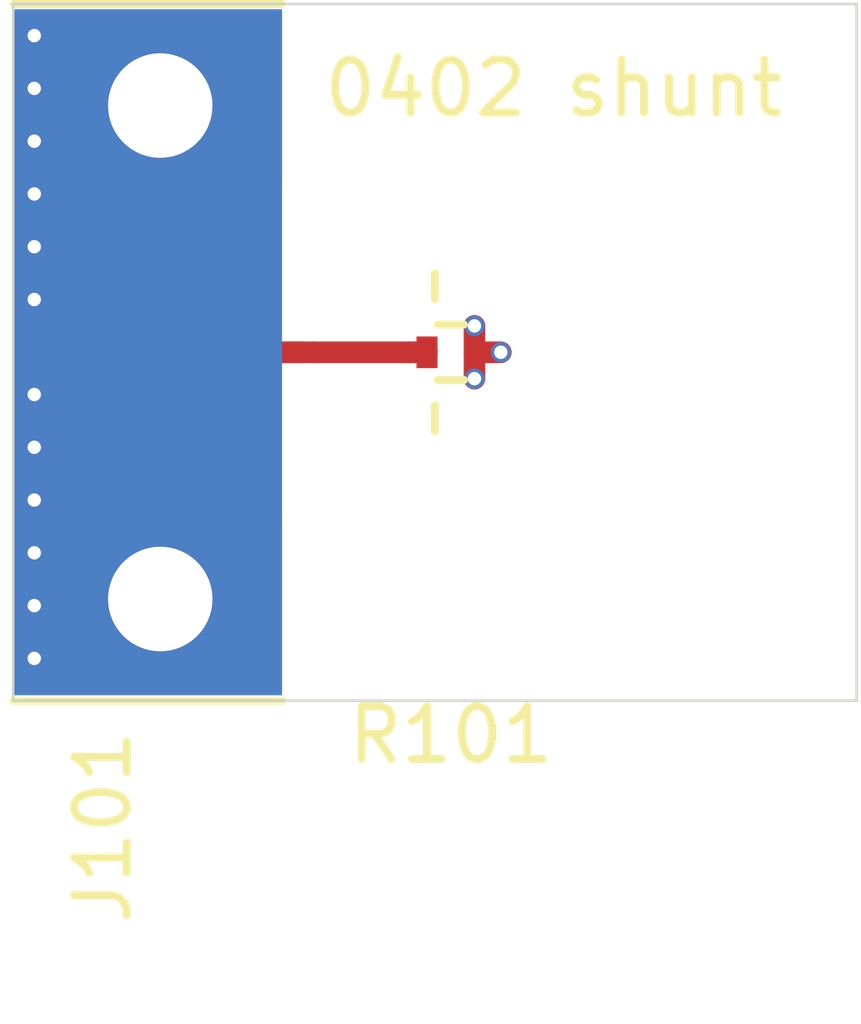
<source format=kicad_pcb>
(kicad_pcb (version 20171130) (host pcbnew "(5.1.4-74-gcf968cb6b)")

  (general
    (thickness 1.6)
    (drawings 5)
    (tracks 7)
    (zones 0)
    (modules 5)
    (nets 3)
  )

  (page A4)
  (layers
    (0 F.Cu signal)
    (1 In1.Cu signal)
    (2 In2.Cu signal)
    (31 B.Cu signal)
    (32 B.Adhes user)
    (33 F.Adhes user)
    (34 B.Paste user)
    (35 F.Paste user)
    (36 B.SilkS user)
    (37 F.SilkS user)
    (38 B.Mask user)
    (39 F.Mask user)
    (40 Dwgs.User user)
    (41 Cmts.User user)
    (42 Eco1.User user)
    (43 Eco2.User user)
    (44 Edge.Cuts user)
    (45 Margin user)
    (46 B.CrtYd user)
    (47 F.CrtYd user)
    (48 B.Fab user)
    (49 F.Fab user)
  )

  (setup
    (last_trace_width 0.41)
    (user_trace_width 0.41)
    (trace_clearance 0.2)
    (zone_clearance 0.1)
    (zone_45_only no)
    (trace_min 0.2)
    (via_size 0.8)
    (via_drill 0.4)
    (via_min_size 0.4)
    (via_min_drill 0.3)
    (uvia_size 0.3)
    (uvia_drill 0.1)
    (uvias_allowed no)
    (uvia_min_size 0.2)
    (uvia_min_drill 0.1)
    (edge_width 0.05)
    (segment_width 0.2)
    (pcb_text_width 0.3)
    (pcb_text_size 1.5 1.5)
    (mod_edge_width 0.12)
    (mod_text_size 1 1)
    (mod_text_width 0.15)
    (pad_size 0.381 0.381)
    (pad_drill 0.254)
    (pad_to_mask_clearance 0.02)
    (solder_mask_min_width 0.15)
    (aux_axis_origin 0 0)
    (visible_elements FFFFFF7F)
    (pcbplotparams
      (layerselection 0x010fc_ffffffff)
      (usegerberextensions false)
      (usegerberattributes false)
      (usegerberadvancedattributes false)
      (creategerberjobfile false)
      (excludeedgelayer true)
      (linewidth 0.100000)
      (plotframeref false)
      (viasonmask false)
      (mode 1)
      (useauxorigin false)
      (hpglpennumber 1)
      (hpglpenspeed 20)
      (hpglpendiameter 15.000000)
      (psnegative false)
      (psa4output false)
      (plotreference true)
      (plotvalue true)
      (plotinvisibletext false)
      (padsonsilk false)
      (subtractmaskfromsilk false)
      (outputformat 1)
      (mirror false)
      (drillshape 1)
      (scaleselection 1)
      (outputdirectory ""))
  )

  (net 0 "")
  (net 1 GND)
  (net 2 "Net-(J101-Pad1)")

  (net_class Default "This is the default net class."
    (clearance 0.2)
    (trace_width 0.25)
    (via_dia 0.8)
    (via_drill 0.4)
    (uvia_dia 0.3)
    (uvia_drill 0.1)
    (add_net GND)
    (add_net "Net-(J101-Pad1)")
  )

  (module synth_footprints:VIA_OSH4LAYER_MIN (layer F.Cu) (tedit 5D882629) (tstamp 5D883ADB)
    (at 163.75 83)
    (fp_text reference REF** (at 0 -2.5) (layer F.SilkS) hide
      (effects (font (size 1 1) (thickness 0.15)))
    )
    (fp_text value VIA_OSH4LAYER_MIN (at 0 -1.2) (layer F.Fab) hide
      (effects (font (size 1 1) (thickness 0.15)))
    )
    (pad 1 thru_hole circle (at 0 0) (size 0.381 0.381) (drill 0.254) (layers *.Cu)
      (net 1 GND))
  )

  (module synth_footprints:VIA_OSH4LAYER_MIN (layer F.Cu) (tedit 5D88262D) (tstamp 5D883AD3)
    (at 163.25 83.5)
    (fp_text reference REF** (at 0 -2.5) (layer F.SilkS) hide
      (effects (font (size 1 1) (thickness 0.15)))
    )
    (fp_text value VIA_OSH4LAYER_MIN (at 0 -1.2) (layer F.Fab) hide
      (effects (font (size 1 1) (thickness 0.15)))
    )
    (pad 1 thru_hole circle (at 0 0) (size 0.381 0.381) (drill 0.254) (layers *.Cu)
      (net 1 GND))
  )

  (module synth_footprints:VIA_OSH4LAYER_MIN (layer F.Cu) (tedit 5D882620) (tstamp 5D883A9F)
    (at 163.25 82.5)
    (fp_text reference REF** (at 0 -2.5) (layer F.SilkS) hide
      (effects (font (size 1 1) (thickness 0.15)))
    )
    (fp_text value VIA_OSH4LAYER_MIN (at 0 -1.2) (layer F.Fab) hide
      (effects (font (size 1 1) (thickness 0.15)))
    )
    (pad 1 thru_hole circle (at 0 0) (size 0.381 0.381) (drill 0.254) (layers *.Cu)
      (net 1 GND))
  )

  (module vna_mm:sw_edge_oshpark_4layer (layer F.Cu) (tedit 5D8802F6) (tstamp 5D8815F2)
    (at 154.5 83 90)
    (path /5D880968)
    (fp_text reference J101 (at -9 1.7 90) (layer F.SilkS)
      (effects (font (size 1 1) (thickness 0.15)))
    )
    (fp_text value Conn_Coaxial (at -11.9 7.3) (layer F.Fab)
      (effects (font (size 1 1) (thickness 0.15)))
    )
    (fp_line (start 1 8) (end 1.5 8) (layer F.SilkS) (width 0.15))
    (fp_line (start -1 8) (end -1.5 8) (layer F.SilkS) (width 0.15))
    (fp_poly (pts (xy -6.6 0) (xy -0.5 0) (xy -0.5 5.1) (xy -6.6 5.1)) (layer F.Mask) (width 0.1))
    (fp_poly (pts (xy 0.5 0) (xy 6.6 0) (xy 6.6 5.1) (xy 0.5 5.1)) (layer F.Mask) (width 0.1))
    (fp_poly (pts (xy -0.6 1.9) (xy 0.6 1.9) (xy 0.6 5.1) (xy -0.6 5.1)) (layer F.Mask) (width 0.1))
    (fp_poly (pts (xy -0.5 0) (xy 0.5 0) (xy 0.5 1.3) (xy -0.5 1.3)) (layer F.Mask) (width 0.1))
    (fp_line (start 6.6 0) (end 6.6 5.1) (layer F.SilkS) (width 0.15))
    (fp_line (start -6.6 0) (end -6.6 5) (layer F.SilkS) (width 0.15))
    (fp_line (start -6.6 5) (end -6.6 5.1) (layer F.SilkS) (width 0.15))
    (pad 2 smd rect (at 0 2.55 270) (size 13 5.1) (layers B.Cu B.Mask)
      (net 1 GND))
    (pad 2 smd rect (at 4.775 2.85 270) (size 3.25 4.5) (layers F.Cu F.Mask)
      (net 1 GND))
    (pad 2 smd rect (at -4.775 2.85 270) (size 3.25 4.5) (layers F.Cu F.Mask)
      (net 1 GND))
    (pad 2 thru_hole circle (at -4.675 2.79 90) (size 3 3) (drill 1.98) (layers *.Cu *.Mask)
      (net 1 GND))
    (pad 2 thru_hole circle (at 4.675 2.79 90) (size 3 3) (drill 1.98) (layers *.Cu *.Mask)
      (net 1 GND))
    (pad 1 smd rect (at 0 3.04 90) (size 0.41 4.08) (layers F.Cu)
      (net 2 "Net-(J101-Pad1)"))
    (pad 1 smd trapezoid (at 0 0.55 90) (size 0.3 0.95) (rect_delta 0 0.11 ) (layers F.Cu F.Mask)
      (net 2 "Net-(J101-Pad1)"))
    (pad 2 smd rect (at 3.4 0.3 270) (size 6 0.6) (layers F.Cu F.Mask)
      (net 1 GND))
    (pad 2 smd trapezoid (at 3.4 0.7 90) (size 5.8 0.2) (rect_delta 0 -0.2 ) (layers F.Cu F.Mask)
      (net 1 GND))
    (pad 2 thru_hole circle (at 1 0.4 90) (size 0.5 0.5) (drill 0.254) (layers *.Cu *.Mask)
      (net 1 GND))
    (pad 2 thru_hole circle (at 2 0.4 90) (size 0.5 0.5) (drill 0.254) (layers *.Cu *.Mask)
      (net 1 GND))
    (pad 2 thru_hole circle (at 3 0.4 90) (size 0.5 0.5) (drill 0.254) (layers *.Cu *.Mask)
      (net 1 GND))
    (pad 2 thru_hole circle (at 4 0.4 90) (size 0.5 0.5) (drill 0.254) (layers *.Cu *.Mask)
      (net 1 GND))
    (pad 2 thru_hole circle (at 5 0.4 90) (size 0.5 0.5) (drill 0.254) (layers *.Cu *.Mask)
      (net 1 GND))
    (pad 2 thru_hole circle (at 6 0.4 90) (size 0.5 0.5) (drill 0.254) (layers *.Cu *.Mask)
      (net 1 GND))
    (pad 2 smd trapezoid (at -3.4 0.7 90) (size 5.8 0.2) (rect_delta 0 -0.2 ) (layers F.Cu F.Mask)
      (net 1 GND))
    (pad 2 smd rect (at -3.4 0.3 270) (size 6 0.6) (layers F.Cu F.Mask)
      (net 1 GND))
    (pad 2 thru_hole circle (at -2.8 0.4 90) (size 0.5 0.5) (drill 0.254) (layers *.Cu *.Mask)
      (net 1 GND))
    (pad 2 thru_hole circle (at -0.8 0.4 90) (size 0.5 0.5) (drill 0.254) (layers *.Cu *.Mask)
      (net 1 GND))
    (pad 2 thru_hole circle (at -1.8 0.4 90) (size 0.5 0.5) (drill 0.254) (layers *.Cu *.Mask)
      (net 1 GND))
    (pad 2 thru_hole circle (at -5.8 0.4 90) (size 0.5 0.5) (drill 0.254) (layers *.Cu *.Mask)
      (net 1 GND))
    (pad 2 thru_hole circle (at -3.8 0.4 90) (size 0.5 0.5) (drill 0.254) (layers *.Cu *.Mask)
      (net 1 GND))
    (pad 2 thru_hole circle (at -4.8 0.4 90) (size 0.5 0.5) (drill 0.254) (layers *.Cu *.Mask)
      (net 1 GND))
  )

  (module Resistors_SMD:R_0402 (layer F.Cu) (tedit 5415CBB8) (tstamp 5D8838B2)
    (at 162.8 83 180)
    (descr "Resistor SMD 0402, reflow soldering, Vishay (see dcrcw.pdf)")
    (tags "resistor 0402")
    (path /5D8828C6)
    (attr smd)
    (fp_text reference R101 (at 0 -7.25) (layer F.SilkS)
      (effects (font (size 1 1) (thickness 0.15)))
    )
    (fp_text value R_Small (at 0 1.8) (layer F.Fab)
      (effects (font (size 1 1) (thickness 0.15)))
    )
    (fp_line (start -0.95 -0.65) (end 0.95 -0.65) (layer F.CrtYd) (width 0.05))
    (fp_line (start -0.95 0.65) (end 0.95 0.65) (layer F.CrtYd) (width 0.05))
    (fp_line (start -0.95 -0.65) (end -0.95 0.65) (layer F.CrtYd) (width 0.05))
    (fp_line (start 0.95 -0.65) (end 0.95 0.65) (layer F.CrtYd) (width 0.05))
    (fp_line (start 0.25 -0.525) (end -0.25 -0.525) (layer F.SilkS) (width 0.15))
    (fp_line (start -0.25 0.525) (end 0.25 0.525) (layer F.SilkS) (width 0.15))
    (pad 1 smd rect (at -0.45 0 180) (size 0.4 0.6) (layers F.Cu F.Paste F.Mask)
      (net 1 GND))
    (pad 2 smd rect (at 0.45 0 180) (size 0.4 0.6) (layers F.Cu F.Paste F.Mask)
      (net 2 "Net-(J101-Pad1)"))
    (model Resistors_SMD.3dshapes/R_0402.wrl
      (at (xyz 0 0 0))
      (scale (xyz 1 1 1))
      (rotate (xyz 0 0 0))
    )
  )

  (gr_text "0402 shunt" (at 164.75 78) (layer F.SilkS)
    (effects (font (size 1 1) (thickness 0.15)))
  )
  (gr_line (start 154.5 76.4) (end 170.5 76.4) (layer Edge.Cuts) (width 0.05) (tstamp 5D8820E0))
  (gr_line (start 170.5 89.6) (end 154.5 89.6) (layer Edge.Cuts) (width 0.05) (tstamp 5D8820DF))
  (gr_line (start 170.5 76.4) (end 170.5 89.6) (layer Edge.Cuts) (width 0.05) (tstamp 5D88180E))
  (gr_line (start 154.5 76.4) (end 154.5 89.6) (layer Edge.Cuts) (width 0.05))

  (segment (start 163.25 83) (end 163.25 82.5) (width 0.41) (layer F.Cu) (net 1))
  (segment (start 163.25 83) (end 163.75 83) (width 0.41) (layer F.Cu) (net 1))
  (segment (start 163.25 83) (end 163.25 83.5) (width 0.41) (layer F.Cu) (net 1))
  (segment (start 157.54 83) (end 159.99 83) (width 0.41) (layer F.Cu) (net 2) (status 10))
  (segment (start 160.205 83) (end 162.1 83) (width 0.41) (layer F.Cu) (net 2))
  (segment (start 157.54 83) (end 160.205 83) (width 0.41) (layer F.Cu) (net 2))
  (segment (start 162.35 83) (end 162 83) (width 0.41) (layer F.Cu) (net 2))

  (zone (net 1) (net_name GND) (layer In1.Cu) (tstamp 0) (hatch edge 0.508)
    (connect_pads yes (clearance 0.2))
    (min_thickness 0.2)
    (fill yes (arc_segments 32) (thermal_gap 0.508) (thermal_bridge_width 0.508))
    (polygon
      (pts
        (xy 154.5 76.4) (xy 154.5 89.6) (xy 170.6 89.6) (xy 170.6 76.4)
      )
    )
    (filled_polygon
      (pts
        (xy 170.175001 89.275) (xy 154.825 89.275) (xy 154.825 76.725) (xy 170.175 76.725)
      )
    )
  )
  (zone (net 0) (net_name "") (layer F.Mask) (tstamp 0) (hatch edge 0.508)
    (connect_pads yes (clearance 0.2))
    (min_thickness 0.2)
    (fill yes (arc_segments 32) (thermal_gap 0.508) (thermal_bridge_width 0.508))
    (polygon
      (pts
        (xy 159 79.5) (xy 159 86.5) (xy 161.75 86.5) (xy 161.75 79.5)
      )
    )
    (filled_polygon
      (pts
        (xy 161.65 86.4) (xy 159.1 86.4) (xy 159.1 79.6) (xy 161.65 79.6)
      )
    )
  )
)

</source>
